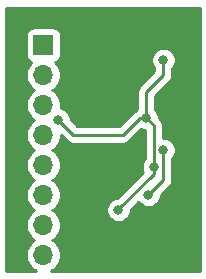
<source format=gbr>
G04 #@! TF.GenerationSoftware,KiCad,Pcbnew,(5.1.5)-3*
G04 #@! TF.CreationDate,2021-04-01T01:21:14+05:30*
G04 #@! TF.ProjectId,mpu6050,6d707536-3035-4302-9e6b-696361645f70,rev?*
G04 #@! TF.SameCoordinates,Original*
G04 #@! TF.FileFunction,Copper,L2,Bot*
G04 #@! TF.FilePolarity,Positive*
%FSLAX46Y46*%
G04 Gerber Fmt 4.6, Leading zero omitted, Abs format (unit mm)*
G04 Created by KiCad (PCBNEW (5.1.5)-3) date 2021-04-01 01:21:14*
%MOMM*%
%LPD*%
G04 APERTURE LIST*
%ADD10R,1.700000X1.700000*%
%ADD11O,1.700000X1.700000*%
%ADD12C,0.800000*%
%ADD13C,0.250000*%
%ADD14C,0.254000*%
G04 APERTURE END LIST*
D10*
X105410000Y-69850000D03*
D11*
X105410000Y-72390000D03*
X105410000Y-74930000D03*
X105410000Y-77470000D03*
X105410000Y-80010000D03*
X105410000Y-82550000D03*
X105410000Y-85090000D03*
X105410000Y-87630000D03*
D12*
X114300000Y-82550000D03*
X115570000Y-78740000D03*
X114760439Y-80182848D03*
X111760000Y-83820000D03*
X114137347Y-76037347D03*
X115570000Y-71120000D03*
X106680000Y-76200000D03*
D13*
X114300000Y-82550000D02*
X115570000Y-81280000D01*
X115570000Y-81280000D02*
X115570000Y-78740000D01*
X114760439Y-80748533D02*
X111760000Y-83748972D01*
X114760439Y-80182848D02*
X114760439Y-80748533D01*
X111760000Y-83748972D02*
X111760000Y-83820000D01*
X114760439Y-76660439D02*
X114760439Y-80182848D01*
X114137347Y-76037347D02*
X114760439Y-76660439D01*
X114137347Y-76037347D02*
X114137347Y-73822653D01*
X114137347Y-73822653D02*
X115570000Y-72390000D01*
X115570000Y-72390000D02*
X115570000Y-71120000D01*
X113571662Y-76037347D02*
X112139009Y-77470000D01*
X114137347Y-76037347D02*
X113571662Y-76037347D01*
X112139009Y-77470000D02*
X107950000Y-77470000D01*
X107950000Y-77470000D02*
X106680000Y-76200000D01*
D14*
G36*
X118695001Y-88977000D02*
G01*
X106038546Y-88977000D01*
X106113411Y-88945990D01*
X106356632Y-88783475D01*
X106563475Y-88576632D01*
X106725990Y-88333411D01*
X106837932Y-88063158D01*
X106895000Y-87776260D01*
X106895000Y-87483740D01*
X106837932Y-87196842D01*
X106725990Y-86926589D01*
X106563475Y-86683368D01*
X106356632Y-86476525D01*
X106182240Y-86360000D01*
X106356632Y-86243475D01*
X106563475Y-86036632D01*
X106725990Y-85793411D01*
X106837932Y-85523158D01*
X106895000Y-85236260D01*
X106895000Y-84943740D01*
X106837932Y-84656842D01*
X106725990Y-84386589D01*
X106563475Y-84143368D01*
X106356632Y-83936525D01*
X106182240Y-83820000D01*
X106356632Y-83703475D01*
X106563475Y-83496632D01*
X106725990Y-83253411D01*
X106837932Y-82983158D01*
X106895000Y-82696260D01*
X106895000Y-82403740D01*
X106837932Y-82116842D01*
X106725990Y-81846589D01*
X106563475Y-81603368D01*
X106356632Y-81396525D01*
X106182240Y-81280000D01*
X106356632Y-81163475D01*
X106563475Y-80956632D01*
X106725990Y-80713411D01*
X106837932Y-80443158D01*
X106895000Y-80156260D01*
X106895000Y-79863740D01*
X106837932Y-79576842D01*
X106725990Y-79306589D01*
X106563475Y-79063368D01*
X106356632Y-78856525D01*
X106182240Y-78740000D01*
X106356632Y-78623475D01*
X106563475Y-78416632D01*
X106725990Y-78173411D01*
X106837932Y-77903158D01*
X106895000Y-77616260D01*
X106895000Y-77489802D01*
X107386201Y-77981003D01*
X107409999Y-78010001D01*
X107525724Y-78104974D01*
X107657753Y-78175546D01*
X107801014Y-78219003D01*
X107912667Y-78230000D01*
X107912676Y-78230000D01*
X107949999Y-78233676D01*
X107987322Y-78230000D01*
X112101687Y-78230000D01*
X112139009Y-78233676D01*
X112176331Y-78230000D01*
X112176342Y-78230000D01*
X112287995Y-78219003D01*
X112431256Y-78175546D01*
X112563285Y-78104974D01*
X112679010Y-78010001D01*
X112702813Y-77980997D01*
X113705192Y-76978618D01*
X113835449Y-77032573D01*
X114000439Y-77065391D01*
X114000440Y-79479136D01*
X113956502Y-79523074D01*
X113843234Y-79692592D01*
X113765213Y-79880950D01*
X113725439Y-80080909D01*
X113725439Y-80284787D01*
X113765213Y-80484746D01*
X113819167Y-80615003D01*
X111646963Y-82787207D01*
X111458102Y-82824774D01*
X111269744Y-82902795D01*
X111100226Y-83016063D01*
X110956063Y-83160226D01*
X110842795Y-83329744D01*
X110764774Y-83518102D01*
X110725000Y-83718061D01*
X110725000Y-83921939D01*
X110764774Y-84121898D01*
X110842795Y-84310256D01*
X110956063Y-84479774D01*
X111100226Y-84623937D01*
X111269744Y-84737205D01*
X111458102Y-84815226D01*
X111658061Y-84855000D01*
X111861939Y-84855000D01*
X112061898Y-84815226D01*
X112250256Y-84737205D01*
X112419774Y-84623937D01*
X112563937Y-84479774D01*
X112677205Y-84310256D01*
X112755226Y-84121898D01*
X112795000Y-83921939D01*
X112795000Y-83788773D01*
X113447171Y-83136602D01*
X113496063Y-83209774D01*
X113640226Y-83353937D01*
X113809744Y-83467205D01*
X113998102Y-83545226D01*
X114198061Y-83585000D01*
X114401939Y-83585000D01*
X114601898Y-83545226D01*
X114790256Y-83467205D01*
X114959774Y-83353937D01*
X115103937Y-83209774D01*
X115217205Y-83040256D01*
X115295226Y-82851898D01*
X115335000Y-82651939D01*
X115335000Y-82589801D01*
X116081004Y-81843798D01*
X116110001Y-81820001D01*
X116204974Y-81704276D01*
X116275546Y-81572247D01*
X116319003Y-81428986D01*
X116330000Y-81317333D01*
X116330000Y-81317324D01*
X116333676Y-81280001D01*
X116330000Y-81242678D01*
X116330000Y-79443711D01*
X116373937Y-79399774D01*
X116487205Y-79230256D01*
X116565226Y-79041898D01*
X116605000Y-78841939D01*
X116605000Y-78638061D01*
X116565226Y-78438102D01*
X116487205Y-78249744D01*
X116373937Y-78080226D01*
X116229774Y-77936063D01*
X116060256Y-77822795D01*
X115871898Y-77744774D01*
X115671939Y-77705000D01*
X115520439Y-77705000D01*
X115520439Y-76697761D01*
X115524115Y-76660438D01*
X115520439Y-76623115D01*
X115520439Y-76623106D01*
X115509442Y-76511453D01*
X115465985Y-76368192D01*
X115460501Y-76357932D01*
X115395413Y-76236162D01*
X115324238Y-76149436D01*
X115300440Y-76120438D01*
X115271443Y-76096641D01*
X115172347Y-75997545D01*
X115172347Y-75935408D01*
X115132573Y-75735449D01*
X115054552Y-75547091D01*
X114941284Y-75377573D01*
X114897347Y-75333636D01*
X114897347Y-74137454D01*
X116081004Y-72953798D01*
X116110001Y-72930001D01*
X116204974Y-72814276D01*
X116275546Y-72682247D01*
X116319003Y-72538986D01*
X116330000Y-72427333D01*
X116330000Y-72427324D01*
X116333676Y-72390001D01*
X116330000Y-72352678D01*
X116330000Y-71823711D01*
X116373937Y-71779774D01*
X116487205Y-71610256D01*
X116565226Y-71421898D01*
X116605000Y-71221939D01*
X116605000Y-71018061D01*
X116565226Y-70818102D01*
X116487205Y-70629744D01*
X116373937Y-70460226D01*
X116229774Y-70316063D01*
X116060256Y-70202795D01*
X115871898Y-70124774D01*
X115671939Y-70085000D01*
X115468061Y-70085000D01*
X115268102Y-70124774D01*
X115079744Y-70202795D01*
X114910226Y-70316063D01*
X114766063Y-70460226D01*
X114652795Y-70629744D01*
X114574774Y-70818102D01*
X114535000Y-71018061D01*
X114535000Y-71221939D01*
X114574774Y-71421898D01*
X114652795Y-71610256D01*
X114766063Y-71779774D01*
X114810000Y-71823711D01*
X114810000Y-72075198D01*
X113626345Y-73258854D01*
X113597347Y-73282652D01*
X113573549Y-73311650D01*
X113573548Y-73311651D01*
X113502373Y-73398377D01*
X113431801Y-73530407D01*
X113406441Y-73614010D01*
X113388345Y-73673667D01*
X113378214Y-73776525D01*
X113373671Y-73822653D01*
X113377348Y-73859985D01*
X113377347Y-75302094D01*
X113279415Y-75331801D01*
X113147386Y-75402373D01*
X113031661Y-75497346D01*
X113007863Y-75526344D01*
X111824208Y-76710000D01*
X108264802Y-76710000D01*
X107715000Y-76160199D01*
X107715000Y-76098061D01*
X107675226Y-75898102D01*
X107597205Y-75709744D01*
X107483937Y-75540226D01*
X107339774Y-75396063D01*
X107170256Y-75282795D01*
X106981898Y-75204774D01*
X106873717Y-75183256D01*
X106895000Y-75076260D01*
X106895000Y-74783740D01*
X106837932Y-74496842D01*
X106725990Y-74226589D01*
X106563475Y-73983368D01*
X106356632Y-73776525D01*
X106182240Y-73660000D01*
X106356632Y-73543475D01*
X106563475Y-73336632D01*
X106725990Y-73093411D01*
X106837932Y-72823158D01*
X106895000Y-72536260D01*
X106895000Y-72243740D01*
X106837932Y-71956842D01*
X106725990Y-71686589D01*
X106563475Y-71443368D01*
X106431620Y-71311513D01*
X106504180Y-71289502D01*
X106614494Y-71230537D01*
X106711185Y-71151185D01*
X106790537Y-71054494D01*
X106849502Y-70944180D01*
X106885812Y-70824482D01*
X106898072Y-70700000D01*
X106898072Y-69000000D01*
X106885812Y-68875518D01*
X106849502Y-68755820D01*
X106790537Y-68645506D01*
X106711185Y-68548815D01*
X106614494Y-68469463D01*
X106504180Y-68410498D01*
X106384482Y-68374188D01*
X106260000Y-68361928D01*
X104560000Y-68361928D01*
X104435518Y-68374188D01*
X104315820Y-68410498D01*
X104205506Y-68469463D01*
X104108815Y-68548815D01*
X104029463Y-68645506D01*
X103970498Y-68755820D01*
X103934188Y-68875518D01*
X103921928Y-69000000D01*
X103921928Y-70700000D01*
X103934188Y-70824482D01*
X103970498Y-70944180D01*
X104029463Y-71054494D01*
X104108815Y-71151185D01*
X104205506Y-71230537D01*
X104315820Y-71289502D01*
X104388380Y-71311513D01*
X104256525Y-71443368D01*
X104094010Y-71686589D01*
X103982068Y-71956842D01*
X103925000Y-72243740D01*
X103925000Y-72536260D01*
X103982068Y-72823158D01*
X104094010Y-73093411D01*
X104256525Y-73336632D01*
X104463368Y-73543475D01*
X104637760Y-73660000D01*
X104463368Y-73776525D01*
X104256525Y-73983368D01*
X104094010Y-74226589D01*
X103982068Y-74496842D01*
X103925000Y-74783740D01*
X103925000Y-75076260D01*
X103982068Y-75363158D01*
X104094010Y-75633411D01*
X104256525Y-75876632D01*
X104463368Y-76083475D01*
X104637760Y-76200000D01*
X104463368Y-76316525D01*
X104256525Y-76523368D01*
X104094010Y-76766589D01*
X103982068Y-77036842D01*
X103925000Y-77323740D01*
X103925000Y-77616260D01*
X103982068Y-77903158D01*
X104094010Y-78173411D01*
X104256525Y-78416632D01*
X104463368Y-78623475D01*
X104637760Y-78740000D01*
X104463368Y-78856525D01*
X104256525Y-79063368D01*
X104094010Y-79306589D01*
X103982068Y-79576842D01*
X103925000Y-79863740D01*
X103925000Y-80156260D01*
X103982068Y-80443158D01*
X104094010Y-80713411D01*
X104256525Y-80956632D01*
X104463368Y-81163475D01*
X104637760Y-81280000D01*
X104463368Y-81396525D01*
X104256525Y-81603368D01*
X104094010Y-81846589D01*
X103982068Y-82116842D01*
X103925000Y-82403740D01*
X103925000Y-82696260D01*
X103982068Y-82983158D01*
X104094010Y-83253411D01*
X104256525Y-83496632D01*
X104463368Y-83703475D01*
X104637760Y-83820000D01*
X104463368Y-83936525D01*
X104256525Y-84143368D01*
X104094010Y-84386589D01*
X103982068Y-84656842D01*
X103925000Y-84943740D01*
X103925000Y-85236260D01*
X103982068Y-85523158D01*
X104094010Y-85793411D01*
X104256525Y-86036632D01*
X104463368Y-86243475D01*
X104637760Y-86360000D01*
X104463368Y-86476525D01*
X104256525Y-86683368D01*
X104094010Y-86926589D01*
X103982068Y-87196842D01*
X103925000Y-87483740D01*
X103925000Y-87776260D01*
X103982068Y-88063158D01*
X104094010Y-88333411D01*
X104256525Y-88576632D01*
X104463368Y-88783475D01*
X104706589Y-88945990D01*
X104781454Y-88977000D01*
X102285000Y-88977000D01*
X102285000Y-66725000D01*
X118695000Y-66725000D01*
X118695001Y-88977000D01*
G37*
X118695001Y-88977000D02*
X106038546Y-88977000D01*
X106113411Y-88945990D01*
X106356632Y-88783475D01*
X106563475Y-88576632D01*
X106725990Y-88333411D01*
X106837932Y-88063158D01*
X106895000Y-87776260D01*
X106895000Y-87483740D01*
X106837932Y-87196842D01*
X106725990Y-86926589D01*
X106563475Y-86683368D01*
X106356632Y-86476525D01*
X106182240Y-86360000D01*
X106356632Y-86243475D01*
X106563475Y-86036632D01*
X106725990Y-85793411D01*
X106837932Y-85523158D01*
X106895000Y-85236260D01*
X106895000Y-84943740D01*
X106837932Y-84656842D01*
X106725990Y-84386589D01*
X106563475Y-84143368D01*
X106356632Y-83936525D01*
X106182240Y-83820000D01*
X106356632Y-83703475D01*
X106563475Y-83496632D01*
X106725990Y-83253411D01*
X106837932Y-82983158D01*
X106895000Y-82696260D01*
X106895000Y-82403740D01*
X106837932Y-82116842D01*
X106725990Y-81846589D01*
X106563475Y-81603368D01*
X106356632Y-81396525D01*
X106182240Y-81280000D01*
X106356632Y-81163475D01*
X106563475Y-80956632D01*
X106725990Y-80713411D01*
X106837932Y-80443158D01*
X106895000Y-80156260D01*
X106895000Y-79863740D01*
X106837932Y-79576842D01*
X106725990Y-79306589D01*
X106563475Y-79063368D01*
X106356632Y-78856525D01*
X106182240Y-78740000D01*
X106356632Y-78623475D01*
X106563475Y-78416632D01*
X106725990Y-78173411D01*
X106837932Y-77903158D01*
X106895000Y-77616260D01*
X106895000Y-77489802D01*
X107386201Y-77981003D01*
X107409999Y-78010001D01*
X107525724Y-78104974D01*
X107657753Y-78175546D01*
X107801014Y-78219003D01*
X107912667Y-78230000D01*
X107912676Y-78230000D01*
X107949999Y-78233676D01*
X107987322Y-78230000D01*
X112101687Y-78230000D01*
X112139009Y-78233676D01*
X112176331Y-78230000D01*
X112176342Y-78230000D01*
X112287995Y-78219003D01*
X112431256Y-78175546D01*
X112563285Y-78104974D01*
X112679010Y-78010001D01*
X112702813Y-77980997D01*
X113705192Y-76978618D01*
X113835449Y-77032573D01*
X114000439Y-77065391D01*
X114000440Y-79479136D01*
X113956502Y-79523074D01*
X113843234Y-79692592D01*
X113765213Y-79880950D01*
X113725439Y-80080909D01*
X113725439Y-80284787D01*
X113765213Y-80484746D01*
X113819167Y-80615003D01*
X111646963Y-82787207D01*
X111458102Y-82824774D01*
X111269744Y-82902795D01*
X111100226Y-83016063D01*
X110956063Y-83160226D01*
X110842795Y-83329744D01*
X110764774Y-83518102D01*
X110725000Y-83718061D01*
X110725000Y-83921939D01*
X110764774Y-84121898D01*
X110842795Y-84310256D01*
X110956063Y-84479774D01*
X111100226Y-84623937D01*
X111269744Y-84737205D01*
X111458102Y-84815226D01*
X111658061Y-84855000D01*
X111861939Y-84855000D01*
X112061898Y-84815226D01*
X112250256Y-84737205D01*
X112419774Y-84623937D01*
X112563937Y-84479774D01*
X112677205Y-84310256D01*
X112755226Y-84121898D01*
X112795000Y-83921939D01*
X112795000Y-83788773D01*
X113447171Y-83136602D01*
X113496063Y-83209774D01*
X113640226Y-83353937D01*
X113809744Y-83467205D01*
X113998102Y-83545226D01*
X114198061Y-83585000D01*
X114401939Y-83585000D01*
X114601898Y-83545226D01*
X114790256Y-83467205D01*
X114959774Y-83353937D01*
X115103937Y-83209774D01*
X115217205Y-83040256D01*
X115295226Y-82851898D01*
X115335000Y-82651939D01*
X115335000Y-82589801D01*
X116081004Y-81843798D01*
X116110001Y-81820001D01*
X116204974Y-81704276D01*
X116275546Y-81572247D01*
X116319003Y-81428986D01*
X116330000Y-81317333D01*
X116330000Y-81317324D01*
X116333676Y-81280001D01*
X116330000Y-81242678D01*
X116330000Y-79443711D01*
X116373937Y-79399774D01*
X116487205Y-79230256D01*
X116565226Y-79041898D01*
X116605000Y-78841939D01*
X116605000Y-78638061D01*
X116565226Y-78438102D01*
X116487205Y-78249744D01*
X116373937Y-78080226D01*
X116229774Y-77936063D01*
X116060256Y-77822795D01*
X115871898Y-77744774D01*
X115671939Y-77705000D01*
X115520439Y-77705000D01*
X115520439Y-76697761D01*
X115524115Y-76660438D01*
X115520439Y-76623115D01*
X115520439Y-76623106D01*
X115509442Y-76511453D01*
X115465985Y-76368192D01*
X115460501Y-76357932D01*
X115395413Y-76236162D01*
X115324238Y-76149436D01*
X115300440Y-76120438D01*
X115271443Y-76096641D01*
X115172347Y-75997545D01*
X115172347Y-75935408D01*
X115132573Y-75735449D01*
X115054552Y-75547091D01*
X114941284Y-75377573D01*
X114897347Y-75333636D01*
X114897347Y-74137454D01*
X116081004Y-72953798D01*
X116110001Y-72930001D01*
X116204974Y-72814276D01*
X116275546Y-72682247D01*
X116319003Y-72538986D01*
X116330000Y-72427333D01*
X116330000Y-72427324D01*
X116333676Y-72390001D01*
X116330000Y-72352678D01*
X116330000Y-71823711D01*
X116373937Y-71779774D01*
X116487205Y-71610256D01*
X116565226Y-71421898D01*
X116605000Y-71221939D01*
X116605000Y-71018061D01*
X116565226Y-70818102D01*
X116487205Y-70629744D01*
X116373937Y-70460226D01*
X116229774Y-70316063D01*
X116060256Y-70202795D01*
X115871898Y-70124774D01*
X115671939Y-70085000D01*
X115468061Y-70085000D01*
X115268102Y-70124774D01*
X115079744Y-70202795D01*
X114910226Y-70316063D01*
X114766063Y-70460226D01*
X114652795Y-70629744D01*
X114574774Y-70818102D01*
X114535000Y-71018061D01*
X114535000Y-71221939D01*
X114574774Y-71421898D01*
X114652795Y-71610256D01*
X114766063Y-71779774D01*
X114810000Y-71823711D01*
X114810000Y-72075198D01*
X113626345Y-73258854D01*
X113597347Y-73282652D01*
X113573549Y-73311650D01*
X113573548Y-73311651D01*
X113502373Y-73398377D01*
X113431801Y-73530407D01*
X113406441Y-73614010D01*
X113388345Y-73673667D01*
X113378214Y-73776525D01*
X113373671Y-73822653D01*
X113377348Y-73859985D01*
X113377347Y-75302094D01*
X113279415Y-75331801D01*
X113147386Y-75402373D01*
X113031661Y-75497346D01*
X113007863Y-75526344D01*
X111824208Y-76710000D01*
X108264802Y-76710000D01*
X107715000Y-76160199D01*
X107715000Y-76098061D01*
X107675226Y-75898102D01*
X107597205Y-75709744D01*
X107483937Y-75540226D01*
X107339774Y-75396063D01*
X107170256Y-75282795D01*
X106981898Y-75204774D01*
X106873717Y-75183256D01*
X106895000Y-75076260D01*
X106895000Y-74783740D01*
X106837932Y-74496842D01*
X106725990Y-74226589D01*
X106563475Y-73983368D01*
X106356632Y-73776525D01*
X106182240Y-73660000D01*
X106356632Y-73543475D01*
X106563475Y-73336632D01*
X106725990Y-73093411D01*
X106837932Y-72823158D01*
X106895000Y-72536260D01*
X106895000Y-72243740D01*
X106837932Y-71956842D01*
X106725990Y-71686589D01*
X106563475Y-71443368D01*
X106431620Y-71311513D01*
X106504180Y-71289502D01*
X106614494Y-71230537D01*
X106711185Y-71151185D01*
X106790537Y-71054494D01*
X106849502Y-70944180D01*
X106885812Y-70824482D01*
X106898072Y-70700000D01*
X106898072Y-69000000D01*
X106885812Y-68875518D01*
X106849502Y-68755820D01*
X106790537Y-68645506D01*
X106711185Y-68548815D01*
X106614494Y-68469463D01*
X106504180Y-68410498D01*
X106384482Y-68374188D01*
X106260000Y-68361928D01*
X104560000Y-68361928D01*
X104435518Y-68374188D01*
X104315820Y-68410498D01*
X104205506Y-68469463D01*
X104108815Y-68548815D01*
X104029463Y-68645506D01*
X103970498Y-68755820D01*
X103934188Y-68875518D01*
X103921928Y-69000000D01*
X103921928Y-70700000D01*
X103934188Y-70824482D01*
X103970498Y-70944180D01*
X104029463Y-71054494D01*
X104108815Y-71151185D01*
X104205506Y-71230537D01*
X104315820Y-71289502D01*
X104388380Y-71311513D01*
X104256525Y-71443368D01*
X104094010Y-71686589D01*
X103982068Y-71956842D01*
X103925000Y-72243740D01*
X103925000Y-72536260D01*
X103982068Y-72823158D01*
X104094010Y-73093411D01*
X104256525Y-73336632D01*
X104463368Y-73543475D01*
X104637760Y-73660000D01*
X104463368Y-73776525D01*
X104256525Y-73983368D01*
X104094010Y-74226589D01*
X103982068Y-74496842D01*
X103925000Y-74783740D01*
X103925000Y-75076260D01*
X103982068Y-75363158D01*
X104094010Y-75633411D01*
X104256525Y-75876632D01*
X104463368Y-76083475D01*
X104637760Y-76200000D01*
X104463368Y-76316525D01*
X104256525Y-76523368D01*
X104094010Y-76766589D01*
X103982068Y-77036842D01*
X103925000Y-77323740D01*
X103925000Y-77616260D01*
X103982068Y-77903158D01*
X104094010Y-78173411D01*
X104256525Y-78416632D01*
X104463368Y-78623475D01*
X104637760Y-78740000D01*
X104463368Y-78856525D01*
X104256525Y-79063368D01*
X104094010Y-79306589D01*
X103982068Y-79576842D01*
X103925000Y-79863740D01*
X103925000Y-80156260D01*
X103982068Y-80443158D01*
X104094010Y-80713411D01*
X104256525Y-80956632D01*
X104463368Y-81163475D01*
X104637760Y-81280000D01*
X104463368Y-81396525D01*
X104256525Y-81603368D01*
X104094010Y-81846589D01*
X103982068Y-82116842D01*
X103925000Y-82403740D01*
X103925000Y-82696260D01*
X103982068Y-82983158D01*
X104094010Y-83253411D01*
X104256525Y-83496632D01*
X104463368Y-83703475D01*
X104637760Y-83820000D01*
X104463368Y-83936525D01*
X104256525Y-84143368D01*
X104094010Y-84386589D01*
X103982068Y-84656842D01*
X103925000Y-84943740D01*
X103925000Y-85236260D01*
X103982068Y-85523158D01*
X104094010Y-85793411D01*
X104256525Y-86036632D01*
X104463368Y-86243475D01*
X104637760Y-86360000D01*
X104463368Y-86476525D01*
X104256525Y-86683368D01*
X104094010Y-86926589D01*
X103982068Y-87196842D01*
X103925000Y-87483740D01*
X103925000Y-87776260D01*
X103982068Y-88063158D01*
X104094010Y-88333411D01*
X104256525Y-88576632D01*
X104463368Y-88783475D01*
X104706589Y-88945990D01*
X104781454Y-88977000D01*
X102285000Y-88977000D01*
X102285000Y-66725000D01*
X118695000Y-66725000D01*
X118695001Y-88977000D01*
M02*

</source>
